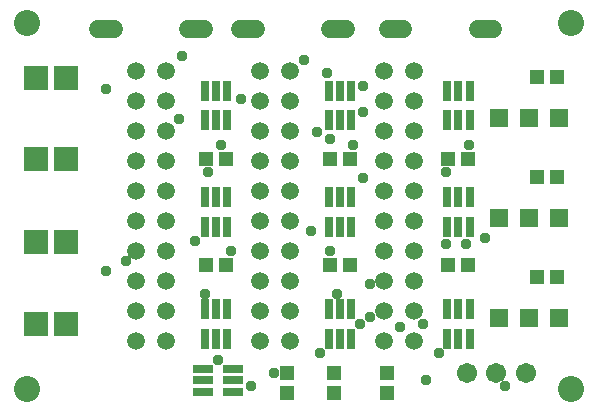
<source format=gbr>
G04 EAGLE Gerber RS-274X export*
G75*
%MOMM*%
%FSLAX34Y34*%
%LPD*%
%INSoldermask Bottom*%
%IPPOS*%
%AMOC8*
5,1,8,0,0,1.08239X$1,22.5*%
G01*
%ADD10C,2.203200*%
%ADD11R,2.003200X2.003200*%
%ADD12C,1.524000*%
%ADD13R,1.611200X1.611200*%
%ADD14R,0.803200X1.703200*%
%ADD15R,1.703200X0.803200*%
%ADD16R,1.303200X1.203200*%
%ADD17R,1.203200X1.303200*%
%ADD18C,1.511200*%
%ADD19C,1.711200*%
%ADD20C,0.959600*%


D10*
X20000Y330000D03*
X480000Y330000D03*
X20000Y20000D03*
X480000Y20000D03*
D11*
X52700Y283700D03*
X27300Y283700D03*
D12*
X200296Y325000D02*
X213504Y325000D01*
X276496Y325000D02*
X289704Y325000D01*
X93504Y325000D02*
X80296Y325000D01*
X156496Y325000D02*
X169704Y325000D01*
D13*
X445000Y80000D03*
X470400Y80000D03*
X419600Y80000D03*
X445000Y250000D03*
X470400Y250000D03*
X419600Y250000D03*
D14*
X285000Y182500D03*
X275500Y182500D03*
X294500Y182500D03*
X285000Y157500D03*
X275500Y157500D03*
X294500Y157500D03*
X180000Y272500D03*
X170500Y272500D03*
X189500Y272500D03*
X180000Y247500D03*
X170500Y247500D03*
X189500Y247500D03*
D15*
X169000Y27400D03*
X169000Y17900D03*
X169000Y36900D03*
X194000Y27400D03*
X194000Y17900D03*
X194000Y36900D03*
D14*
X180000Y182500D03*
X170500Y182500D03*
X189500Y182500D03*
X180000Y157500D03*
X170500Y157500D03*
X189500Y157500D03*
X285000Y272500D03*
X275500Y272500D03*
X294500Y272500D03*
X285000Y247500D03*
X275500Y247500D03*
X294500Y247500D03*
D16*
X468500Y284000D03*
X451500Y284000D03*
X468500Y115000D03*
X451500Y115000D03*
D17*
X325000Y33500D03*
X325000Y16500D03*
X293500Y125000D03*
X276500Y125000D03*
X188500Y125000D03*
X171500Y125000D03*
D16*
X240000Y16500D03*
X240000Y33500D03*
X280000Y16500D03*
X280000Y33500D03*
D18*
X137700Y60700D03*
X112300Y60700D03*
X137700Y86100D03*
X112300Y86100D03*
X137700Y111500D03*
X112300Y111500D03*
X137700Y136900D03*
X112300Y136900D03*
X137700Y162300D03*
X112300Y162300D03*
X137700Y187700D03*
X112300Y187700D03*
X137700Y213100D03*
X112300Y213100D03*
X137700Y238500D03*
X112300Y238500D03*
X137700Y263900D03*
X112300Y263900D03*
X137700Y289300D03*
X112300Y289300D03*
X347700Y60700D03*
X322300Y60700D03*
X347700Y86100D03*
X322300Y86100D03*
X347700Y111500D03*
X322300Y111500D03*
X347700Y136900D03*
X322300Y136900D03*
X347700Y162300D03*
X322300Y162300D03*
X347700Y187700D03*
X322300Y187700D03*
X347700Y213100D03*
X322300Y213100D03*
X347700Y238500D03*
X322300Y238500D03*
X347700Y263900D03*
X322300Y263900D03*
X347700Y289300D03*
X322300Y289300D03*
X242700Y60700D03*
X217300Y60700D03*
X242700Y86100D03*
X217300Y86100D03*
X242700Y111500D03*
X217300Y111500D03*
X242700Y136900D03*
X217300Y136900D03*
X242700Y162300D03*
X217300Y162300D03*
X242700Y187700D03*
X217300Y187700D03*
X242700Y213100D03*
X217300Y213100D03*
X242700Y238500D03*
X217300Y238500D03*
X242700Y263900D03*
X217300Y263900D03*
X242700Y289300D03*
X217300Y289300D03*
D14*
X180000Y87500D03*
X170500Y87500D03*
X189500Y87500D03*
X180000Y62500D03*
X170500Y62500D03*
X189500Y62500D03*
D17*
X171500Y215000D03*
X188500Y215000D03*
D14*
X285000Y87500D03*
X275500Y87500D03*
X294500Y87500D03*
X285000Y62500D03*
X275500Y62500D03*
X294500Y62500D03*
D17*
X293500Y215000D03*
X276500Y215000D03*
D12*
X325296Y325000D02*
X338504Y325000D01*
X401496Y325000D02*
X414704Y325000D01*
D14*
X385000Y272500D03*
X375500Y272500D03*
X394500Y272500D03*
X385000Y247500D03*
X375500Y247500D03*
X394500Y247500D03*
X385000Y182500D03*
X375500Y182500D03*
X394500Y182500D03*
X385000Y157500D03*
X375500Y157500D03*
X394500Y157500D03*
D13*
X445000Y165000D03*
X470400Y165000D03*
X419600Y165000D03*
D16*
X468500Y200000D03*
X451500Y200000D03*
D17*
X393500Y215000D03*
X376500Y215000D03*
D14*
X385000Y87500D03*
X375500Y87500D03*
X394500Y87500D03*
X385000Y62500D03*
X375500Y62500D03*
X394500Y62500D03*
D17*
X393500Y125000D03*
X376500Y125000D03*
D11*
X52700Y215000D03*
X27300Y215000D03*
X52700Y145000D03*
X27300Y145000D03*
X52700Y75000D03*
X27300Y75000D03*
D19*
X417000Y33500D03*
X442000Y33500D03*
X392000Y33500D03*
D20*
X393954Y226314D03*
X259842Y153670D03*
X310134Y108966D03*
X148082Y248666D03*
X335280Y72644D03*
X86614Y120142D03*
X301752Y75438D03*
X304546Y198374D03*
X304546Y254254D03*
X304546Y276606D03*
X103378Y128524D03*
X354838Y75438D03*
X184404Y226314D03*
X265430Y237490D03*
X192786Y136906D03*
X276606Y136906D03*
X374396Y142494D03*
X374396Y203962D03*
X209550Y22352D03*
X407924Y148082D03*
X201168Y265430D03*
X282194Y100584D03*
X276606Y231902D03*
X310134Y81026D03*
X170434Y100584D03*
X162052Y145288D03*
X86614Y273812D03*
X229108Y33528D03*
X357632Y27940D03*
X273812Y287782D03*
X254254Y298958D03*
X150876Y301752D03*
X424688Y22352D03*
X296164Y226314D03*
X391160Y142494D03*
X268224Y50292D03*
X368808Y50292D03*
X173228Y203962D03*
X181610Y44704D03*
M02*

</source>
